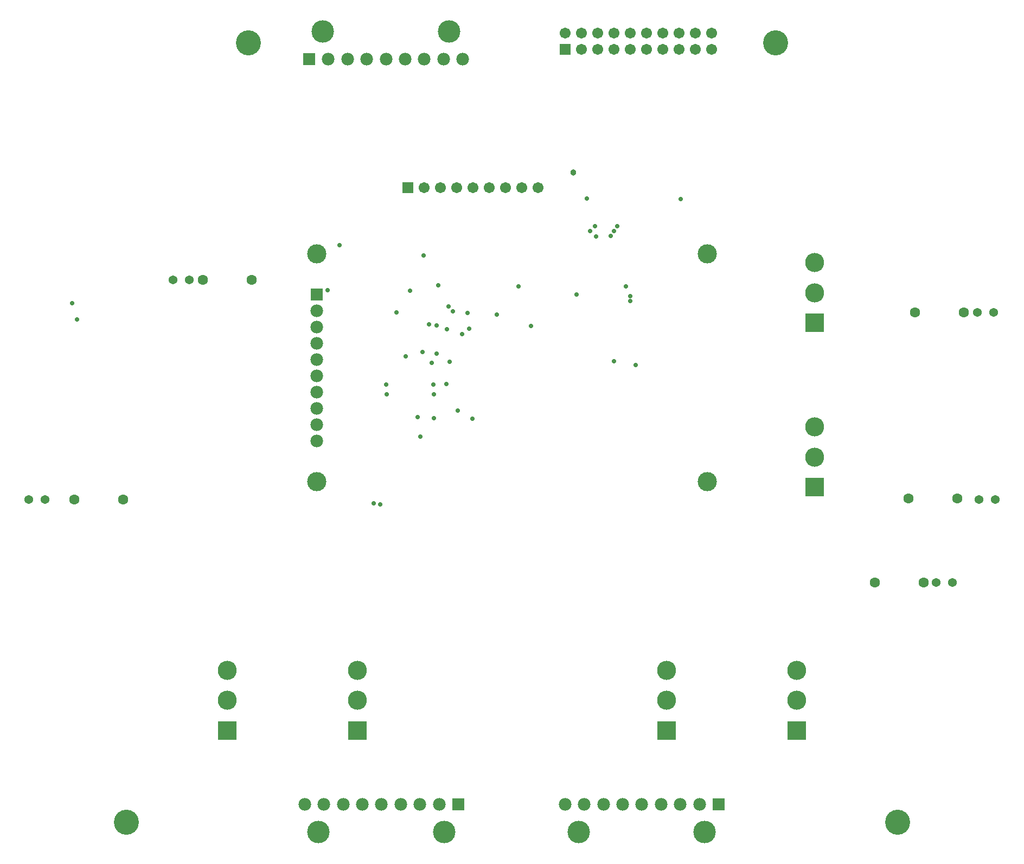
<source format=gbs>
G04*
G04 #@! TF.GenerationSoftware,Altium Limited,Altium Designer,19.1.5 (86)*
G04*
G04 Layer_Color=16711935*
%FSLAX25Y25*%
%MOIN*%
G70*
G01*
G75*
%ADD33C,0.05400*%
%ADD34R,0.07800X0.07800*%
%ADD35C,0.07800*%
%ADD36C,0.13800*%
%ADD37C,0.15400*%
%ADD38R,0.06706X0.06706*%
%ADD39C,0.06706*%
%ADD40C,0.06312*%
%ADD41C,0.11800*%
%ADD42R,0.11725X0.11725*%
%ADD43C,0.11725*%
%ADD44C,0.02800*%
%ADD45C,0.03800*%
D33*
X532500Y172500D02*
D03*
X522500D02*
D03*
X559000Y223500D02*
D03*
X549000D02*
D03*
X558000Y338500D02*
D03*
X548000D02*
D03*
X-35000Y223500D02*
D03*
X-25000D02*
D03*
X53559Y358500D02*
D03*
X63559D02*
D03*
D34*
X228950Y36000D02*
D03*
X388950D02*
D03*
X137300Y494000D02*
D03*
X142000Y349500D02*
D03*
D35*
X217150Y36000D02*
D03*
X205350D02*
D03*
X193550D02*
D03*
X181750D02*
D03*
X169950D02*
D03*
X158150D02*
D03*
X146350D02*
D03*
X134550D02*
D03*
X377150D02*
D03*
X365350D02*
D03*
X353550D02*
D03*
X341750D02*
D03*
X329950D02*
D03*
X318150D02*
D03*
X306350D02*
D03*
X294550D02*
D03*
X149100Y494000D02*
D03*
X160900D02*
D03*
X172700D02*
D03*
X184500D02*
D03*
X196300D02*
D03*
X208100D02*
D03*
X219900D02*
D03*
X231700D02*
D03*
X142000Y259500D02*
D03*
Y269500D02*
D03*
Y279500D02*
D03*
Y289500D02*
D03*
Y299500D02*
D03*
Y309500D02*
D03*
Y319500D02*
D03*
Y329500D02*
D03*
Y339500D02*
D03*
D36*
X220450Y19000D02*
D03*
X142850D02*
D03*
X380450D02*
D03*
X302850D02*
D03*
X145800Y511000D02*
D03*
X223400D02*
D03*
D37*
X25000Y25000D02*
D03*
X499000D02*
D03*
X424000Y504000D02*
D03*
X100000D02*
D03*
D38*
X198000Y415000D02*
D03*
X294500Y500000D02*
D03*
D39*
X218000Y415000D02*
D03*
X228000D02*
D03*
X238000D02*
D03*
X248000D02*
D03*
X258000D02*
D03*
X268000D02*
D03*
X278000D02*
D03*
X208000D02*
D03*
X384500Y510000D02*
D03*
X374500D02*
D03*
X364500D02*
D03*
X354500D02*
D03*
X344500D02*
D03*
X334500D02*
D03*
X324500D02*
D03*
X314500D02*
D03*
X304500D02*
D03*
X294500D02*
D03*
X384500Y500000D02*
D03*
X374500D02*
D03*
X364500D02*
D03*
X354500D02*
D03*
X344500D02*
D03*
X334500D02*
D03*
X324500D02*
D03*
X314500D02*
D03*
X304500D02*
D03*
D40*
X102000Y358500D02*
D03*
X72000D02*
D03*
X485000Y172500D02*
D03*
X515000D02*
D03*
X535500Y224000D02*
D03*
X505500D02*
D03*
X-7000Y223500D02*
D03*
X23000D02*
D03*
X509500Y338500D02*
D03*
X539500D02*
D03*
D41*
X142000Y374500D02*
D03*
Y234500D02*
D03*
X382000D02*
D03*
Y374500D02*
D03*
D42*
X87000Y81500D02*
D03*
X167000D02*
D03*
X357000D02*
D03*
X448000Y231000D02*
D03*
Y332000D02*
D03*
X437000Y81500D02*
D03*
D43*
X87000Y100004D02*
D03*
Y118508D02*
D03*
X167000Y100004D02*
D03*
Y118508D02*
D03*
X357000Y100004D02*
D03*
Y118508D02*
D03*
X448000Y249504D02*
D03*
Y268008D02*
D03*
Y369008D02*
D03*
Y350504D02*
D03*
X437000Y100004D02*
D03*
Y118508D02*
D03*
D44*
X148500Y352000D02*
D03*
X156050Y379950D02*
D03*
X334500Y348500D02*
D03*
Y345500D02*
D03*
X326500Y391500D02*
D03*
X324500Y388500D02*
D03*
X322500Y385500D02*
D03*
X266000Y354500D02*
D03*
X-5500Y334000D02*
D03*
X181000Y220500D02*
D03*
X177000Y221000D02*
D03*
X252500Y337000D02*
D03*
X301500Y349500D02*
D03*
X332000Y354500D02*
D03*
X273500Y330000D02*
D03*
X228500Y278000D02*
D03*
X199185Y351685D02*
D03*
X216500Y355000D02*
D03*
X207000Y314000D02*
D03*
X213500Y294000D02*
D03*
X214000Y273500D02*
D03*
X205500Y262000D02*
D03*
X204000Y274000D02*
D03*
X214000Y288000D02*
D03*
X185000D02*
D03*
X184500Y294000D02*
D03*
X212500Y307500D02*
D03*
X215500Y313000D02*
D03*
X191000Y338500D02*
D03*
X237500Y273000D02*
D03*
X207500Y373500D02*
D03*
X215500Y330500D02*
D03*
X196500Y311500D02*
D03*
X-8500Y344000D02*
D03*
X231445Y325055D02*
D03*
X338000Y306000D02*
D03*
X324500Y308500D02*
D03*
X235500Y328500D02*
D03*
X222000Y328000D02*
D03*
X310000Y388500D02*
D03*
X313500Y385000D02*
D03*
X211000Y331000D02*
D03*
X223000Y342000D02*
D03*
X225500Y339000D02*
D03*
X365500Y408000D02*
D03*
X308000Y408500D02*
D03*
X313000Y391500D02*
D03*
X234500Y338000D02*
D03*
X223500Y308000D02*
D03*
X221500Y294500D02*
D03*
D45*
X299500Y424500D02*
D03*
M02*

</source>
